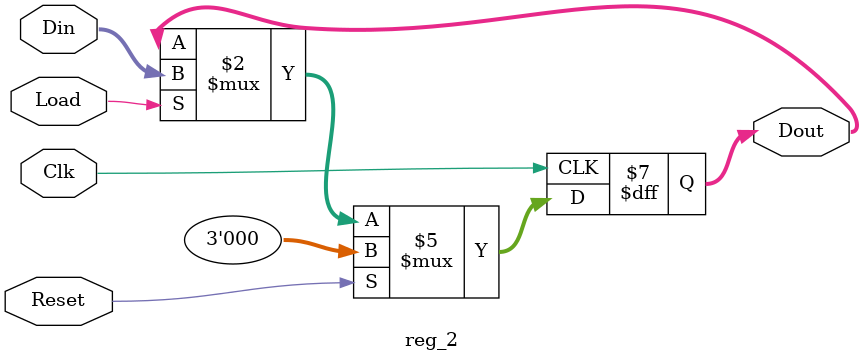
<source format=sv>
module reg_16 (input  logic Clk, Reset, Load, 
              input  logic [15:0]  Din,
              output logic [15:0]  Dout);

    always_ff @ (posedge Clk)
    begin
	 	 if (Reset) //notice, this is a sycnrhonous reset, which is recommended on the FPGA
			  Dout <= 16'h0000;
		 else if (Load)
			  Dout <= Din;
    end

endmodule


module reg_1 (input  logic Clk, Reset, Load, 
              input  logic  Din,
              output logic  Dout);

    always_ff @ (posedge Clk)
    begin
	 	 if (Reset) //notice, this is a sycnrhonous reset, which is recommended on the FPGA
			  Dout <= 1'b0;
		 else if (Load)
			  Dout <= Din;
    end

endmodule


module reg_3 (input  logic Clk, Reset, Load, 
              input  logic [2:0]  Din,
              output logic [2:0]  Dout);

    always_ff @ (posedge Clk)
    begin
	 	 if (Reset) //notice, this is a sycnrhonous reset, which is recommended on the FPGA
			  Dout <= 3'b000;
		 else if (Load)
			  Dout <= Din;
    end

endmodule

module reg_4 (input  logic Clk, Reset, Load, 
              input  logic [3:0]  Din,
              output logic [3:0]  Dout);

    always_ff @ (posedge Clk)
    begin
	 	 if (Reset) //notice, this is a sycnrhonous reset, which is recommended on the FPGA
			  Dout <= 4'b0000;
		 else if (Load)
			  Dout <= Din;
    end

endmodule



module reg_2 (input  logic Clk, Reset, Load, 
              input  logic [2:0]  Din,
              output logic [2:0]  Dout);

    always_ff @ (posedge Clk)
    begin
	 	 if (Reset) //notice, this is a sycnrhonous reset, which is recommended on the FPGA
			  Dout <= 2'b00;
		 else if (Load)
			  Dout <= Din;
    end

endmodule
</source>
